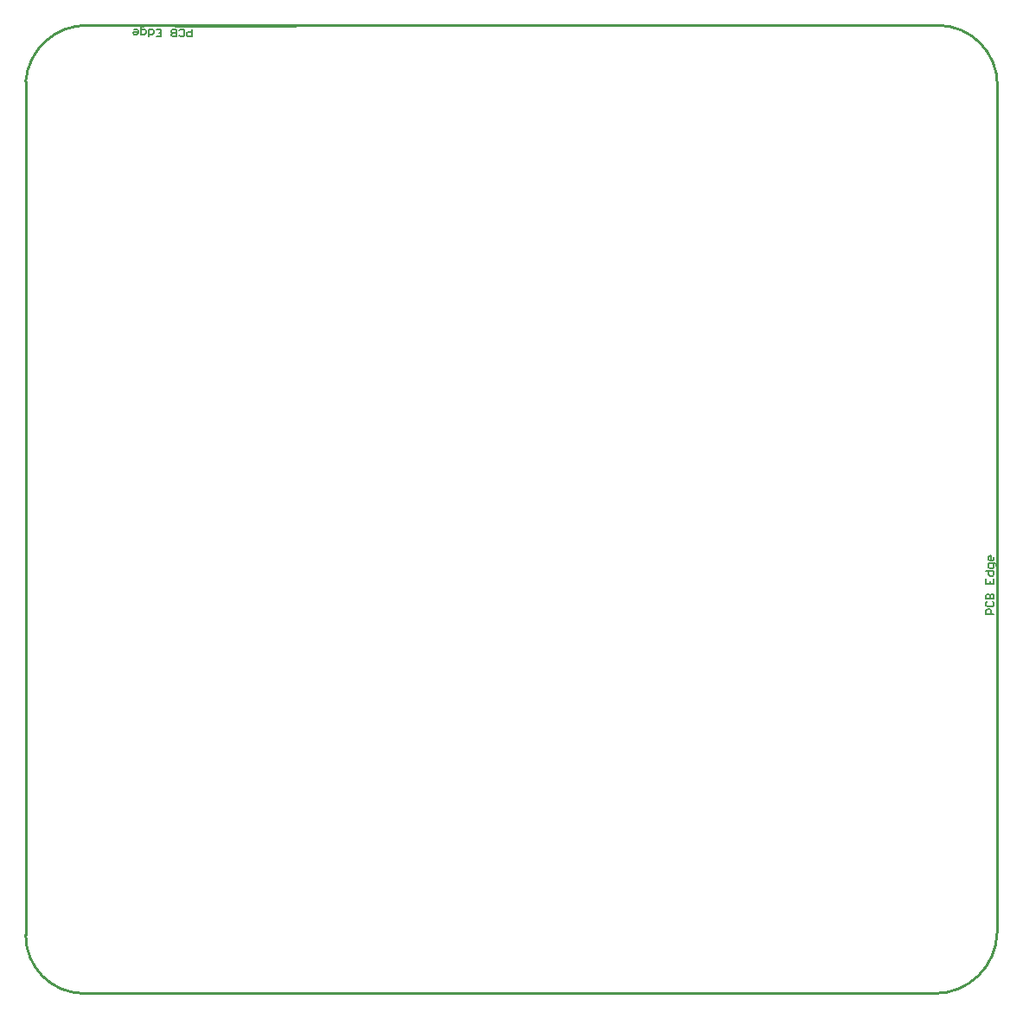
<source format=gm1>
G04*
G04 #@! TF.GenerationSoftware,Altium Limited,Altium Designer,20.0.11 (256)*
G04*
G04 Layer_Color=16711935*
%FSLAX25Y25*%
%MOIN*%
G70*
G01*
G75*
%ADD11C,0.00591*%
%ADD15C,0.00394*%
%ADD16C,0.01000*%
D11*
X64079Y371642D02*
Y368690D01*
X62603D01*
X62111Y369182D01*
Y370166D01*
X62603Y370658D01*
X64079D01*
X59159Y369182D02*
X59651Y368690D01*
X60635D01*
X61127Y369182D01*
Y371150D01*
X60635Y371642D01*
X59651D01*
X59159Y371150D01*
X58175Y368690D02*
Y371642D01*
X56699D01*
X56207Y371150D01*
Y370658D01*
X56699Y370166D01*
X58175D01*
X56699D01*
X56207Y369674D01*
Y369182D01*
X56699Y368690D01*
X58175D01*
X50304D02*
X52271D01*
Y371642D01*
X50304D01*
X52271Y370166D02*
X51288D01*
X47352Y368690D02*
Y371642D01*
X48828D01*
X49320Y371150D01*
Y370166D01*
X48828Y369674D01*
X47352D01*
X45384Y372626D02*
X44892D01*
X44400Y372134D01*
Y369674D01*
X45876D01*
X46368Y370166D01*
Y371150D01*
X45876Y371642D01*
X44400D01*
X41940D02*
X42924D01*
X43416Y371150D01*
Y370166D01*
X42924Y369674D01*
X41940D01*
X41448Y370166D01*
Y370658D01*
X43416D01*
X373185Y146132D02*
X370233D01*
Y147608D01*
X370725Y148100D01*
X371709D01*
X372201Y147608D01*
Y146132D01*
X370725Y151052D02*
X370233Y150560D01*
Y149576D01*
X370725Y149084D01*
X372693D01*
X373185Y149576D01*
Y150560D01*
X372693Y151052D01*
X370233Y152035D02*
X373185D01*
Y153511D01*
X372693Y154003D01*
X372201D01*
X371709Y153511D01*
Y152035D01*
Y153511D01*
X371217Y154003D01*
X370725D01*
X370233Y153511D01*
Y152035D01*
Y159907D02*
Y157939D01*
X373185D01*
Y159907D01*
X371709Y157939D02*
Y158923D01*
X370233Y162859D02*
X373185D01*
Y161383D01*
X372693Y160891D01*
X371709D01*
X371217Y161383D01*
Y162859D01*
X374169Y164827D02*
Y165319D01*
X373677Y165811D01*
X371217D01*
Y164335D01*
X371709Y163843D01*
X372693D01*
X373185Y164335D01*
Y165811D01*
Y168271D02*
Y167287D01*
X372693Y166795D01*
X371709D01*
X371217Y167287D01*
Y168271D01*
X371709Y168762D01*
X372201D01*
Y166795D01*
D15*
X57386Y372665D02*
X104236D01*
X374209Y105974D02*
Y152825D01*
D16*
X0Y22500D02*
G03*
X22032Y31I22473J0D01*
G01*
X374587Y350080D02*
G03*
X352039Y373075I-22999J0D01*
G01*
X350500Y31D02*
G03*
X374469Y23535I0J23973D01*
G01*
X24002Y373080D02*
G03*
X0Y351500I-502J-23580D01*
G01*
X24002Y373080D02*
X352039D01*
X374565Y23867D02*
Y33358D01*
X22032Y31D02*
X350500D01*
X374555Y33557D02*
X374555Y350138D01*
X0Y22500D02*
Y351500D01*
M02*

</source>
